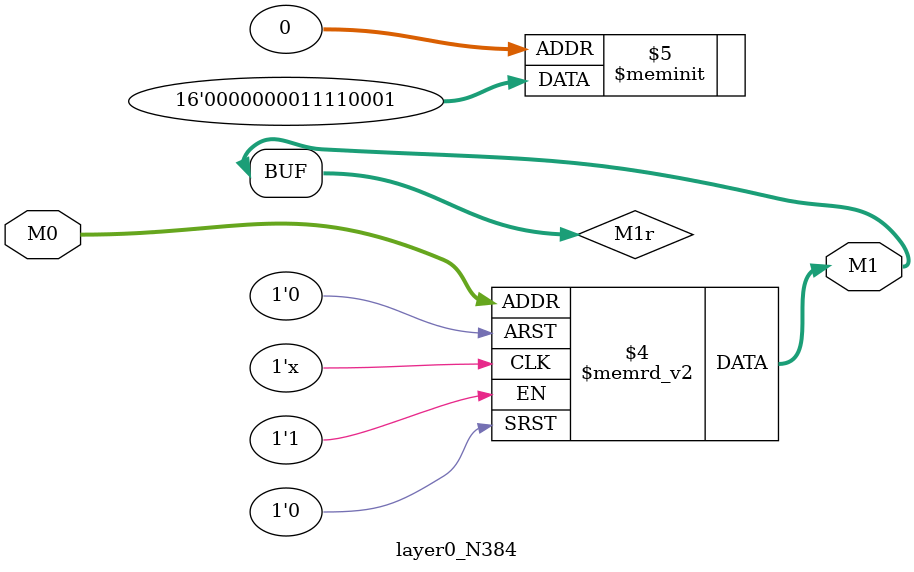
<source format=v>
module layer0_N384 ( input [2:0] M0, output [1:0] M1 );

	(*rom_style = "distributed" *) reg [1:0] M1r;
	assign M1 = M1r;
	always @ (M0) begin
		case (M0)
			3'b000: M1r = 2'b01;
			3'b100: M1r = 2'b00;
			3'b010: M1r = 2'b11;
			3'b110: M1r = 2'b00;
			3'b001: M1r = 2'b00;
			3'b101: M1r = 2'b00;
			3'b011: M1r = 2'b11;
			3'b111: M1r = 2'b00;

		endcase
	end
endmodule

</source>
